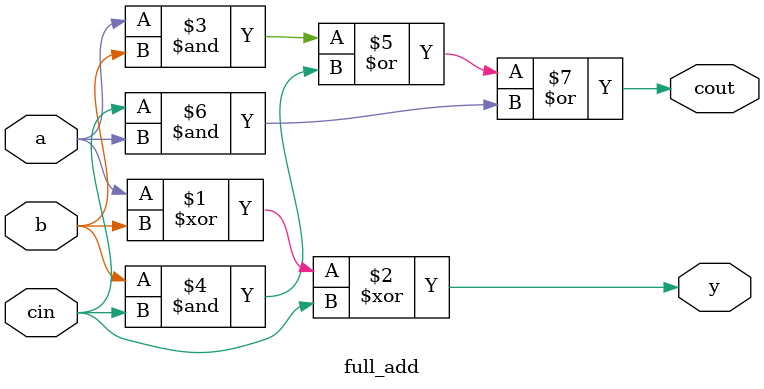
<source format=v>

module ripple_carry_adder(

output [3:0]y,
output cout,

input wire [3:0]a,b,
input wire cin
);

wire c1,c2,c3;

full_add one(y[0],c1,a[0],b[0],cin);
full_add two(y[1],c2,a[1],b[1],c1);
full_add three(y[2],c3,a[2],b[2],c2);
full_add four (y[3],cout,a[3],b[3],c3);

endmodule



module full_add(y,cout,a,b,cin);
input wire a,b,cin;
output y,cout;
 assign y = a ^ b ^ cin;
 assign cout = a&b | b&cin | cin&a;

 
endmodule

</source>
